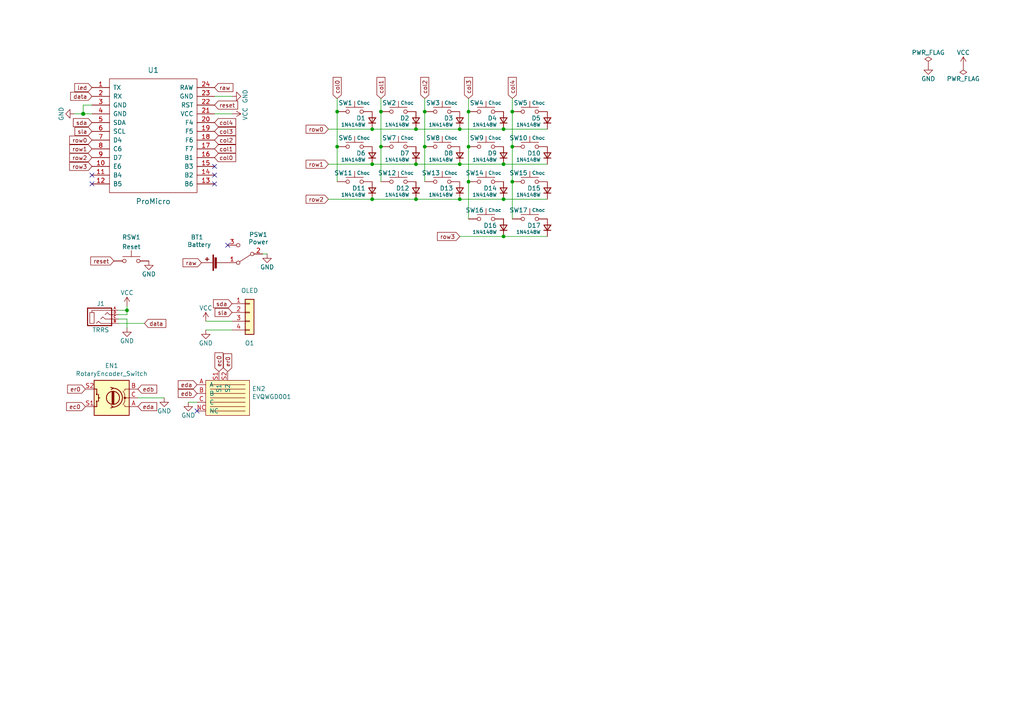
<source format=kicad_sch>
(kicad_sch (version 20230121) (generator eeschema)
  (paper "A4")
  (title_block (title "floppy") (date "2024-10-25") (rev "0.0.1") (company "superfola"))
  (lib_symbols
    (symbol "Connector_Generic:Conn_01x04" (pin_names (offset 1.016) hide)
      (property "Reference" "J" (at 0 5.08 0))
      (property "Value" "Conn_01x04" (at 0 -7.62 0))
      (symbol "Conn_01x04_1_1"
        (rectangle (start -1.27 -4.953) (end 0 -5.207) (stroke (width 0.1524)))
        (rectangle (start -1.27 -2.413) (end 0 -2.667) (stroke (width 0.1524)))
        (rectangle (start -1.27 0.127) (end 0 -0.127) (stroke (width 0.1524)))
        (rectangle (start -1.27 2.667) (end 0 2.413) (stroke (width 0.1524)))
        (rectangle (start -1.27 3.81) (end 1.27 -6.35) (stroke (width 0.254)) (fill (type background)))
        (pin passive line (at -5.08 2.54 0) (length 3.81) (name "Pin_1") (number "1"))
        (pin passive line (at -5.08 0 0) (length 3.81) (name "Pin_2") (number "2"))
        (pin passive line (at -5.08 -2.54 0) (length 3.81) (name "Pin_3") (number "3"))
        (pin passive line (at -5.08 -5.08 0) (length 3.81) (name "Pin_4") (number "4"))
      )
    )
    (symbol "Device:Battery_Cell" (pin_numbers hide) (pin_names (offset 0) hide)
      (property "Reference" "BT" (at 2.54 2.54 0))
      (property "Value" "Battery_Cell" (at 2.54 0 0))
      (symbol "Battery_Cell_0_1"
        (rectangle (start -2.286 1.778) (end 2.286 1.524) (fill (type outline)))
        (rectangle (start -1.5748 1.1938) (end 1.4732 0.6858) (fill (type outline)))
        (polyline (pts (xy 0 0.762) (xy 0 0)))
        (polyline (pts (xy 0 1.778) (xy 0 2.54)))
        (polyline (pts (xy 0.508 3.429) (xy 1.524 3.429)) (stroke (width 0.254)))
        (polyline (pts (xy 1.016 3.937) (xy 1.016 2.921)) (stroke (width 0.254)))
      )
      (symbol "Battery_Cell_1_1"
        (pin passive line (at 0 5.08 270) (length 2.54) (name "+") (number "1"))
        (pin passive line (at 0 -2.54 90) (length 2.54) (name "-") (number "2"))
      )
    )
    (symbol "Device:D_Small" (pin_numbers hide) (pin_names (offset 0.254) hide)
      (property "Reference" "D" (at -1.27 2.032 0))
      (property "Value" "D_Small" (at -3.81 -2.032 0))
      (symbol "D_Small_0_1"
        (polyline (pts (xy -0.762 -1.016) (xy -0.762 1.016)) (stroke (width 0.254)))
        (polyline (pts (xy -0.762 0) (xy 0.762 0)))
        (polyline (pts (xy 0.762 -1.016) (xy -0.762 0) (xy 0.762 1.016) (xy 0.762 -1.016)) (stroke (width 0.254)))
      )
      (symbol "D_Small_1_1"
        (pin passive line (at -2.54 0 0) (length 1.778) (name "K") (number "1"))
        (pin passive line (at 2.54 0 180) (length 1.778) (name "A") (number "2"))
      )
    )
    (symbol "Device:RotaryEncoder_Switch" (pin_names (offset 0.254) hide)
      (property "Reference" "SW" (at 0 6.604 0))
      (property "Value" "Device_RotaryEncoder_Switch" (at 0 -6.604 0))
      (symbol "RotaryEncoder_Switch_0_1"
        (rectangle (start -5.08 5.08) (end 5.08 -5.08) (stroke (width 0.254)) (fill (type background)))
        (circle (center -3.81 0) (radius 0.254) (fill (type outline)))
        (circle (center -0.381 0) (radius 1.905) (stroke (width 0.254)))
        (arc (start -0.381 2.667) (mid -3.0988 -0.0635) (end -0.381 -2.794) (stroke (width 0.254)))
        (polyline (pts (xy -0.635 -1.778) (xy -0.635 1.778)) (stroke (width 0.254)))
        (polyline (pts (xy -0.381 -1.778) (xy -0.381 1.778)) (stroke (width 0.254)))
        (polyline (pts (xy -0.127 1.778) (xy -0.127 -1.778)) (stroke (width 0.254)))
        (polyline (pts (xy 3.81 0) (xy 3.429 0)) (stroke (width 0.254)))
        (polyline (pts (xy 3.81 1.016) (xy 3.81 -1.016)) (stroke (width 0.254)))
        (polyline (pts (xy -5.08 -2.54) (xy -3.81 -2.54) (xy -3.81 -2.032)))
        (polyline (pts (xy -5.08 2.54) (xy -3.81 2.54) (xy -3.81 2.032)))
        (polyline (pts (xy 0.254 -3.048) (xy -0.508 -2.794) (xy 0.127 -2.413)) (stroke (width 0.254)))
        (polyline (pts (xy 0.254 2.921) (xy -0.508 2.667) (xy 0.127 2.286)) (stroke (width 0.254)))
        (polyline (pts (xy 5.08 -2.54) (xy 4.318 -2.54) (xy 4.318 -1.016)) (stroke (width 0.254)))
        (polyline (pts (xy 5.08 2.54) (xy 4.318 2.54) (xy 4.318 1.016)) (stroke (width 0.254)))
        (polyline (pts (xy -5.08 0) (xy -3.81 0) (xy -3.81 -1.016) (xy -3.302 -2.032)))
        (polyline (pts (xy -4.318 0) (xy -3.81 0) (xy -3.81 1.016) (xy -3.302 2.032)))
        (circle (center 4.318 -1.016) (radius 0.127) (stroke (width 0.254)))
        (circle (center 4.318 1.016) (radius 0.127) (stroke (width 0.254)))
      )
      (symbol "RotaryEncoder_Switch_1_1"
        (pin passive line (at -7.62 2.54 0) (length 2.54) (name "A") (number "A"))
        (pin passive line (at -7.62 -2.54 0) (length 2.54) (name "B") (number "B"))
        (pin passive line (at -7.62 0 0) (length 2.54) (name "C") (number "C"))
        (pin passive line (at 7.62 2.54 180) (length 2.54) (name "S1") (number "S1"))
        (pin passive line (at 7.62 -2.54 180) (length 2.54) (name "S2") (number "S2"))
      )
    )
    (symbol "Switch:SW_Push" (pin_numbers hide) (pin_names (offset 1.016) hide)
      (property "Reference" "SW" (at 1.27 2.54 0))
      (property "Value" "SW_Push" (at 0 -1.524 0))
      (symbol "SW_Push_0_1"
        (circle (center -2.032 0) (radius 0.508))
        (polyline (pts (xy 0 1.27) (xy 0 3.048)))
        (polyline (pts (xy 2.54 1.27) (xy -2.54 1.27)))
        (circle (center 2.032 0) (radius 0.508))
        (pin passive line (at -5.08 0 0) (length 2.54) (name "1") (number "1"))
        (pin passive line (at 5.08 0 180) (length 2.54) (name "2") (number "2"))
      )
    )
    (symbol "Switch:SW_SPDT" (pin_names (offset 0) hide)
      (property "Reference" "SW" (at 0 4.318 0))
      (property "Value" "SW_SPDT" (at 0 -5.08 0))
      (symbol "SW_SPDT_0_0"
        (circle (center -2.032 0) (radius 0.508))
        (circle (center 2.032 -2.54) (radius 0.508))
      )
      (symbol "SW_SPDT_0_1"
        (polyline (pts (xy -1.524 0.254) (xy 1.651 2.286)))
        (circle (center 2.032 2.54) (radius 0.508))
      )
      (symbol "SW_SPDT_1_1"
        (pin passive line (at 5.08 2.54 180) (length 2.54) (name "A") (number "1"))
        (pin passive line (at -5.08 0 0) (length 2.54) (name "B") (number "2"))
        (pin passive line (at 5.08 -2.54 180) (length 2.54) (name "C") (number "3"))
      )
    )
    (symbol "power:GND" (power) (pin_names (offset 0))
      (property "Value" "GND" (at 0 -3.81 0))
      (symbol "GND_0_1"
        (polyline (pts (xy 0 0) (xy 0 -1.27) (xy 1.27 -1.27) (xy 0 -2.54) (xy -1.27 -1.27) (xy 0 -1.27)))
      )
      (symbol "GND_1_1"
        (pin power_in line (at 0 0 270) (length 0) hide (name "GND") (number "1"))
      )
    )
    (symbol "power:PWR_FLAG" (power) (pin_numbers hide) (pin_names (offset 0) hide)
      (property "Value" "PWR_FLAG" (at 0 3.81 0))
      (symbol "PWR_FLAG_0_0"
        (pin power_out line (at 0 0 90) (length 0) (name "pwr") (number "1"))
      )
      (symbol "PWR_FLAG_0_1"
        (polyline (pts (xy 0 0) (xy 0 1.27) (xy -1.016 1.905) (xy 0 2.54) (xy 1.016 1.905) (xy 0 1.27)))
      )
    )
    (symbol "power:VCC" (power) (pin_names (offset 0))
      (property "Value" "VCC" (at 0 3.81 0))
      (symbol "VCC_0_1"
        (polyline (pts (xy -0.762 1.27) (xy 0 2.54)))
        (polyline (pts (xy 0 0) (xy 0 2.54)))
        (polyline (pts (xy 0 2.54) (xy 0.762 1.27)))
      )
      (symbol "VCC_1_1"
        (pin power_in line (at 0 0 90) (length 0) hide (name "VCC") (number "1"))
      )
    )
    (symbol "swoop:EVQWGD001" (pin_names (offset 1.016))
      (property "Reference" "EN2" (at 7.0612 1.3716 0))
      (property "Value" "EVQWGD001" (at 7.0612 -0.9398 0))
      (symbol "EVQWGD001_0_1"
        (rectangle (start -6.35 3.81) (end 6.35 -6.35) (fill (type background)))
        (polyline (pts (xy -5.08 -5.08) (xy 5.08 -5.08)))
        (polyline (pts (xy -5.08 -3.81) (xy 5.08 -3.81)))
        (polyline (pts (xy -5.08 -2.54) (xy 5.08 -2.54)))
        (polyline (pts (xy -5.08 -1.27) (xy 5.08 -1.27)))
        (polyline (pts (xy -5.08 0) (xy 5.08 0)))
        (polyline (pts (xy -5.08 1.27) (xy 5.08 1.27)))
        (polyline (pts (xy -5.08 2.54) (xy 5.08 2.54)))
      )
      (symbol "EVQWGD001_1_1"
        (pin output line (at -8.89 2.54 0) (length 2.54) (name "A") (number "A"))
        (pin output line (at -8.89 0 0) (length 2.54) (name "B") (number "B"))
        (pin passive line (at -8.89 -2.54 0) (length 2.54) (name "C") (number "C"))
        (pin unspecified line (at -8.89 -5.08 0) (length 2.54) (name "NC") (number "NC"))
        (pin output line (at -2.54 6.35 270) (length 2.54) (name "S1") (number "S1"))
        (pin output line (at 0 6.35 270) (length 2.54) (name "S2") (number "S2"))
      )
    )
    (symbol "swoop:MJ-4PP-9-kbd-corne-light-rescue" (pin_names (offset 1.016))
      (property "Reference" "J" (at 0 3.81 0))
      (property "Value" "MJ-4PP-9-kbd-corne-light-rescue" (at 0 -3.81 0))
      (symbol "MJ-4PP-9-kbd-corne-light-rescue_0_1"
        (rectangle (start -1.905 -1.905) (end -3.175 1.27))
        (polyline (pts (xy -2.54 1.27) (xy -2.54 1.905) (xy 3.175 1.905)))
        (polyline (pts (xy -1.27 -1.905) (xy -0.635 -1.27) (xy 0 -1.905) (xy 3.175 -1.905)))
        (polyline (pts (xy 0 -0.635) (xy 0.635 0) (xy 1.27 -0.635) (xy 3.175 -0.635)))
        (polyline (pts (xy 1.27 0.635) (xy 1.905 1.27) (xy 2.54 0.635) (xy 3.175 0.635)))
        (rectangle (start 3.175 2.54) (end -3.81 -2.54) (stroke (width 0.3048)))
      )
      (symbol "MJ-4PP-9-kbd-corne-light-rescue_1_1"
        (pin input line (at 5.08 1.905 180) (length 2.0066) (name "~") (number "A"))
        (pin input line (at 5.08 -1.905 180) (length 2.0066) (name "~") (number "B"))
        (pin input line (at 5.08 -0.635 180) (length 2.0066) (name "~") (number "C"))
        (pin input line (at 5.08 0.635 180) (length 2.0066) (name "~") (number "D"))
      )
    )
    (symbol "swoop:ProMicro-kbd-corne-light-rescue" (pin_names (offset 1.016))
      (property "Reference" "U" (at 0 24.13 0))
      (property "Value" "ProMicro-kbd-corne-light-rescue" (at 0 -13.97 0))
      (symbol "ProMicro-kbd-corne-light-rescue_0_1"
        (rectangle (start -12.7 21.59) (end 12.7 -11.43))
      )
      (symbol "ProMicro-kbd-corne-light-rescue_1_1"
        (pin bidirectional line (at -17.78 19.05 0) (length 5.08) (name "TX") (number "1"))
        (pin bidirectional line (at -17.78 -3.81 0) (length 5.08) (name "E6") (number "10"))
        (pin bidirectional line (at -17.78 -6.35 0) (length 5.08) (name "B4") (number "11"))
        (pin bidirectional line (at -17.78 -8.89 0) (length 5.08) (name "B5") (number "12"))
        (pin bidirectional line (at 17.78 -8.89 180) (length 5.08) (name "B6") (number "13"))
        (pin bidirectional line (at 17.78 -6.35 180) (length 5.08) (name "B2") (number "14"))
        (pin bidirectional line (at 17.78 -3.81 180) (length 5.08) (name "B3") (number "15"))
        (pin bidirectional line (at 17.78 -1.27 180) (length 5.08) (name "B1") (number "16"))
        (pin bidirectional line (at 17.78 1.27 180) (length 5.08) (name "F7") (number "17"))
        (pin bidirectional line (at 17.78 3.81 180) (length 5.08) (name "F6") (number "18"))
        (pin bidirectional line (at 17.78 6.35 180) (length 5.08) (name "F5") (number "19"))
        (pin bidirectional line (at -17.78 16.51 0) (length 5.08) (name "RX") (number "2"))
        (pin bidirectional line (at 17.78 8.89 180) (length 5.08) (name "F4") (number "20"))
        (pin power_in line (at 17.78 11.43 180) (length 5.08) (name "VCC") (number "21"))
        (pin input line (at 17.78 13.97 180) (length 5.08) (name "RST") (number "22"))
        (pin power_in line (at 17.78 16.51 180) (length 5.08) (name "GND") (number "23"))
        (pin power_out line (at 17.78 19.05 180) (length 5.08) (name "RAW") (number "24"))
        (pin power_in line (at -17.78 13.97 0) (length 5.08) (name "GND") (number "3"))
        (pin power_in line (at -17.78 11.43 0) (length 5.08) (name "GND") (number "4"))
        (pin bidirectional line (at -17.78 8.89 0) (length 5.08) (name "SDA") (number "5"))
        (pin bidirectional line (at -17.78 6.35 0) (length 5.08) (name "SCL") (number "6"))
        (pin bidirectional line (at -17.78 3.81 0) (length 5.08) (name "D4") (number "7"))
        (pin bidirectional line (at -17.78 1.27 0) (length 5.08) (name "C6") (number "8"))
        (pin bidirectional line (at -17.78 -1.27 0) (length 5.08) (name "D7") (number "9"))
      )
    )
  )
  (junction (at 135.89 32.385))
  (junction (at 148.59 32.385))
  (junction (at 133.35 47.625))
  (junction (at 123.19 42.545))
  (junction (at 135.89 52.705))
  (junction (at 120.65 57.785))
  (junction (at 107.95 47.625))
  (junction (at 110.49 32.385))
  (junction (at 24.13 33.02) (diameter 1.016))
  (junction (at 148.59 42.545))
  (junction (at 36.83 89.9945))
  (junction (at 135.89 42.545))
  (junction (at 110.49 42.545))
  (junction (at 148.59 52.705))
  (junction (at 146.05 57.785))
  (junction (at 107.95 37.465))
  (junction (at 97.79 32.385))
  (junction (at 146.05 47.625))
  (junction (at 146.05 37.465))
  (junction (at 107.95 57.785))
  (junction (at 123.19 32.385))
  (junction (at 120.65 37.465))
  (junction (at 146.05 68.58))
  (junction (at 97.79 42.545))
  (junction (at 120.65 47.625))
  (junction (at 133.35 57.785))
  (junction (at 133.35 37.465))
  (no_connect (at 66.04 71.12))
  (no_connect (at 26.67 50.8))
  (no_connect (at 26.67 53.34))
  (no_connect (at 62.23 53.34))
  (no_connect (at 57.15 119.2045))
  (no_connect (at 62.23 48.26))
  (no_connect (at 62.23 50.8))
  (wire (pts (xy 34.29 91.2645) (xy 36.83 91.2645)))
  (wire (pts (xy 123.19 32.385) (xy 123.19 42.545)))
  (wire (pts (xy 123.19 28.575) (xy 123.19 32.385)))
  (wire (pts (xy 110.49 32.385) (xy 110.49 42.545)))
  (wire (pts (xy 110.49 28.575) (xy 110.49 32.385)))
  (wire (pts (xy 110.49 42.545) (xy 110.49 52.705)))
  (wire (pts (xy 62.23 27.94) (xy 67.31 27.94)))
  (wire (pts (xy 133.35 68.58) (xy 146.05 68.58)))
  (wire (pts (xy 36.83 92.5345) (xy 36.83 95.0745)))
  (wire (pts (xy 123.19 42.545) (xy 123.19 52.705)))
  (wire (pts (xy 148.59 52.705) (xy 148.59 63.5)))
  (wire (pts (xy 62.23 33.02) (xy 67.31 33.02)))
  (wire (pts (xy 24.13 33.02) (xy 26.67 33.02)))
  (wire (pts (xy 135.89 32.385) (xy 135.89 42.545)))
  (wire (pts (xy 135.89 28.575) (xy 135.89 32.385)))
  (wire (pts (xy 135.89 42.545) (xy 135.89 52.705)))
  (wire (pts (xy 95.25 57.785) (xy 107.95 57.785)))
  (wire (pts (xy 133.35 57.785) (xy 146.05 57.785)))
  (wire (pts (xy 120.65 57.785) (xy 133.35 57.785)))
  (wire (pts (xy 107.95 57.785) (xy 120.65 57.785)))
  (wire (pts (xy 146.05 57.785) (xy 158.75 57.785)))
  (wire (pts (xy 95.25 47.625) (xy 107.95 47.625)))
  (wire (pts (xy 120.65 47.625) (xy 133.35 47.625)))
  (wire (pts (xy 133.35 47.625) (xy 146.05 47.625)))
  (wire (pts (xy 107.95 47.625) (xy 120.65 47.625)))
  (wire (pts (xy 146.05 47.625) (xy 158.75 47.625)))
  (wire (pts (xy 26.67 30.48) (xy 24.13 30.48)))
  (wire (pts (xy 146.05 68.58) (xy 158.75 68.58)))
  (wire (pts (xy 95.25 37.465) (xy 107.95 37.465)))
  (wire (pts (xy 120.65 37.465) (xy 133.35 37.465)))
  (wire (pts (xy 133.35 37.465) (xy 146.05 37.465)))
  (wire (pts (xy 107.95 37.465) (xy 120.65 37.465)))
  (wire (pts (xy 146.05 37.465) (xy 158.75 37.465)))
  (wire (pts (xy 135.89 52.705) (xy 135.89 63.5)))
  (wire (pts (xy 59.69 93.1695) (xy 67.31 93.1695)))
  (wire (pts (xy 24.13 30.48) (xy 24.13 33.02)))
  (wire (pts (xy 34.29 89.9945) (xy 36.83 89.9945)))
  (wire (pts (xy 34.29 93.8045) (xy 41.91 93.8045)))
  (wire (pts (xy 54.61 116.6645) (xy 57.15 116.6645)))
  (wire (pts (xy 40.005 115.3945) (xy 47.625 115.3945)))
  (wire (pts (xy 21.59 33.02) (xy 24.13 33.02)))
  (wire (pts (xy 97.79 32.385) (xy 97.79 42.545)))
  (wire (pts (xy 97.79 28.575) (xy 97.79 32.385)))
  (wire (pts (xy 97.79 42.545) (xy 97.79 52.705)))
  (wire (pts (xy 59.69 95.7095) (xy 67.31 95.7095)))
  (wire (pts (xy 34.29 92.5345) (xy 36.83 92.5345)))
  (wire (pts (xy 36.83 89.9945) (xy 36.83 88.7245)))
  (wire (pts (xy 36.83 91.2645) (xy 36.83 89.9945)))
  (wire (pts (xy 76.2 73.66) (xy 77.47 73.66)))
  (wire (pts (xy 148.59 28.575) (xy 148.59 32.385)))
  (wire (pts (xy 148.59 42.545) (xy 148.59 52.705)))
  (wire (pts (xy 148.59 32.385) (xy 148.59 42.545)))
  (global_label "row2" (shape input) (at 26.67 45.72 180) (effects (font (size 1.1938 1.1938))) (property "Intersheetrefs" "${INTERSHEET_REFS}" (effects hide)))
  (global_label "raw" (shape input) (at 62.23 25.4 0) (effects (font (size 1.1938 1.1938))) (property "Intersheetrefs" "${INTERSHEET_REFS}" (effects hide)))
  (global_label "er0" (shape input) (at 24.765 112.8545 180) (effects (font (size 1.1938 1.1938))) (property "Intersheetrefs" "${INTERSHEET_REFS}" (effects hide)))
  (global_label "row3" (shape input) (at 26.67 48.26 180) (effects (font (size 1.1938 1.1938))) (property "Intersheetrefs" "${INTERSHEET_REFS}" (effects hide)))
  (global_label "reset" (shape input) (at 62.23 30.48 0) (effects (font (size 1.1938 1.1938))) (property "Intersheetrefs" "${INTERSHEET_REFS}" (effects hide)))
  (global_label "ec0" (shape input) (at 24.765 117.9345 180) (effects (font (size 1.1938 1.1938))) (property "Intersheetrefs" "${INTERSHEET_REFS}" (effects hide)))
  (global_label "ec0" (shape input) (at 63.5 107.7745 90) (effects (font (size 1.1938 1.1938))) (property "Intersheetrefs" "${INTERSHEET_REFS}" (effects hide)))
  (global_label "sla" (shape input) (at 67.31 90.6295 180) (effects (font (size 1.1938 1.1938))) (property "Intersheetrefs" "${INTERSHEET_REFS}" (effects hide)))
  (global_label "row2" (shape input) (at 95.25 57.785 180) (effects (font (size 1.1938 1.1938))) (property "Intersheetrefs" "${INTERSHEET_REFS}" (effects hide)))
  (global_label "sla" (shape input) (at 26.67 38.1 180) (effects (font (size 1.1938 1.1938))) (property "Intersheetrefs" "${INTERSHEET_REFS}" (effects hide)))
  (global_label "sda" (shape input) (at 67.31 88.0895 180) (effects (font (size 1.1938 1.1938))) (property "Intersheetrefs" "${INTERSHEET_REFS}" (effects hide)))
  (global_label "col1" (shape input) (at 62.23 43.18 0) (effects (font (size 1.1938 1.1938))) (property "Intersheetrefs" "${INTERSHEET_REFS}" (effects hide)))
  (global_label "col1" (shape input) (at 110.49 28.575 90) (effects (font (size 1.1938 1.1938))) (property "Intersheetrefs" "${INTERSHEET_REFS}" (effects hide)))
  (global_label "raw" (shape input) (at 58.42 76.2 180) (effects (font (size 1.1938 1.1938))) (property "Intersheetrefs" "${INTERSHEET_REFS}" (effects hide)))
  (global_label "col3" (shape input) (at 62.23 38.1 0) (effects (font (size 1.1938 1.1938))) (property "Intersheetrefs" "${INTERSHEET_REFS}" (effects hide)))
  (global_label "col2" (shape input) (at 62.23 40.64 0) (effects (font (size 1.1938 1.1938))) (property "Intersheetrefs" "${INTERSHEET_REFS}" (effects hide)))
  (global_label "led" (shape input) (at 26.67 25.4 180) (effects (font (size 1.1938 1.1938))) (property "Intersheetrefs" "${INTERSHEET_REFS}" (effects hide)))
  (global_label "col2" (shape input) (at 123.19 28.575 90) (effects (font (size 1.1938 1.1938))) (property "Intersheetrefs" "${INTERSHEET_REFS}" (effects hide)))
  (global_label "row3" (shape input) (at 133.35 68.58 180) (effects (font (size 1.1938 1.1938))) (property "Intersheetrefs" "${INTERSHEET_REFS}" (effects hide)))
  (global_label "data" (shape input) (at 26.67 27.94 180) (effects (font (size 1.1938 1.1938))) (property "Intersheetrefs" "${INTERSHEET_REFS}" (effects hide)))
  (global_label "edb" (shape input) (at 40.005 112.8545 0) (effects (font (size 1.1938 1.1938))) (property "Intersheetrefs" "${INTERSHEET_REFS}" (effects hide)))
  (global_label "col3" (shape input) (at 135.89 28.575 90) (effects (font (size 1.1938 1.1938))) (property "Intersheetrefs" "${INTERSHEET_REFS}" (effects hide)))
  (global_label "row1" (shape input) (at 26.67 43.18 180) (effects (font (size 1.1938 1.1938))) (property "Intersheetrefs" "${INTERSHEET_REFS}" (effects hide)))
  (global_label "edb" (shape input) (at 57.15 114.1245 180) (effects (font (size 1.1938 1.1938))) (property "Intersheetrefs" "${INTERSHEET_REFS}" (effects hide)))
  (global_label "sda" (shape input) (at 26.67 35.56 180) (effects (font (size 1.1938 1.1938))) (property "Intersheetrefs" "${INTERSHEET_REFS}" (effects hide)))
  (global_label "col4" (shape input) (at 148.59 28.575 90) (effects (font (size 1.1938 1.1938))) (property "Intersheetrefs" "${INTERSHEET_REFS}" (effects hide)))
  (global_label "col0" (shape input) (at 97.79 28.575 90) (effects (font (size 1.1938 1.1938))) (property "Intersheetrefs" "${INTERSHEET_REFS}" (effects hide)))
  (global_label "reset" (shape input) (at 33.02 75.6919 180) (effects (font (size 1.1938 1.1938))) (property "Intersheetrefs" "${INTERSHEET_REFS}" (effects hide)))
  (global_label "row0" (shape input) (at 95.25 37.465 180) (effects (font (size 1.1938 1.1938))) (property "Intersheetrefs" "${INTERSHEET_REFS}" (effects hide)))
  (global_label "data" (shape input) (at 41.91 93.8045 0) (effects (font (size 1.1938 1.1938))) (property "Intersheetrefs" "${INTERSHEET_REFS}" (effects hide)))
  (global_label "col0" (shape input) (at 62.23 45.72 0) (effects (font (size 1.1938 1.1938))) (property "Intersheetrefs" "${INTERSHEET_REFS}" (effects hide)))
  (global_label "col4" (shape input) (at 62.23 35.56 0) (effects (font (size 1.1938 1.1938))) (property "Intersheetrefs" "${INTERSHEET_REFS}" (effects hide)))
  (global_label "row0" (shape input) (at 26.67 40.64 180) (effects (font (size 1.1938 1.1938))) (property "Intersheetrefs" "${INTERSHEET_REFS}" (effects hide)))
  (global_label "eda" (shape input) (at 57.15 111.5845 180) (effects (font (size 1.1938 1.1938))) (property "Intersheetrefs" "${INTERSHEET_REFS}" (effects hide)))
  (global_label "row1" (shape input) (at 95.25 47.625 180) (effects (font (size 1.1938 1.1938))) (property "Intersheetrefs" "${INTERSHEET_REFS}" (effects hide)))
  (global_label "er0" (shape input) (at 66.04 107.7745 90) (effects (font (size 1.1938 1.1938))) (property "Intersheetrefs" "${INTERSHEET_REFS}" (effects hide)))
  (global_label "eda" (shape input) (at 40.005 117.9345 0) (effects (font (size 1.1938 1.1938))) (property "Intersheetrefs" "${INTERSHEET_REFS}" (effects hide)))
  (symbol (lib_id "swoop:ProMicro-kbd-corne-light-rescue") (at 44.45 44.45 0) (unit 1)
    (property "Reference" "U1" (at 44.45 20.32 0) (effects (font (size 1.524 1.524))))
    (property "Value" "ProMicro" (at 44.45 58.42 0) (effects (font (size 1.524 1.524))))
    (property "Footprint" "swoop:ProMicro_jumpers" (effects hide))
  )
  (symbol (lib_id "power:GND") (at 67.31 27.94 90) (unit 1)
    (property "Reference" "#PWR03" (effects hide))
    (property "Value" "GND" (at 71.12 27.94 0))
  )
  (symbol (lib_id "power:VCC") (at 67.31 33.02 270) (unit 1)
    (property "Reference" "#PWR05" (effects hide))
    (property "Value" "VCC" (at 71.12 33.02 0))
  )
  (symbol (lib_id "power:GND") (at 21.59 33.02 270) (unit 1)
    (property "Reference" "#PWR04" (effects hide))
    (property "Value" "GND" (at 17.78 33.02 0))
  )
  (symbol (lib_id "power:GND") (at 269.24 19.05 0) (unit 1)
    (property "Reference" "#PWR01" (effects hide))
    (property "Value" "GND" (at 269.24 22.86 0))
  )
  (symbol (lib_id "power:VCC") (at 279.4 19.05 0) (unit 1)
    (property "Reference" "#PWR02" (effects hide))
    (property "Value" "VCC" (at 279.4 15.24 0))
  )
  (symbol (lib_id "power:PWR_FLAG") (at 279.4 19.05 180) (unit 1)
    (property "Reference" "#FLG02" (effects hide))
    (property "Value" "PWR_FLAG" (at 279.4 22.86 0))
  )
  (symbol (lib_id "power:PWR_FLAG") (at 269.24 19.05 0) (unit 1)
    (property "Reference" "#FLG01" (effects hide))
    (property "Value" "PWR_FLAG" (at 269.24 15.24 0))
  )
  (symbol (lib_id "power:VCC") (at 36.83 88.7245 0) (unit 1)
    (property "Reference" "#PWR06" (effects hide))
    (property "Value" "VCC" (at 36.83 84.9145 0))
  )
  (symbol (lib_id "power:GND") (at 36.83 95.0745 0) (unit 1)
    (property "Reference" "#PWR08" (effects hide))
    (property "Value" "GND" (at 36.83 98.8845 0))
  )
  (symbol (lib_id "swoop:MJ-4PP-9-kbd-corne-light-rescue") (at 29.21 91.8995 0) (unit 1)
    (property "Reference" "J1" (at 29.21 88.0895 0))
    (property "Value" "TRRS" (at 29.21 95.7095 0))
    (property "Footprint" "swoop:TRRS-3pin" (effects hide))
  )
  (symbol (lib_id "Device:D_Small") (at 146.05 34.925 90) (unit 1)
    (property "Reference" "D4" (at 144.145 34.29 90) (effects (justify left)))
    (property "Value" " 1N4148W" (at 144.145 36.195 90) (effects (font (size 1 1)) (justify left)))
    (property "Footprint" "swoop:D3_SMD" (effects hide))
  )
  (symbol (lib_id "Device:D_Small") (at 107.95 55.245 90) (unit 1)
    (property "Reference" "D11" (at 106.045 54.61 90) (effects (justify left)))
    (property "Value" " 1N4148W" (at 106.045 56.515 90) (effects (font (size 1 1)) (justify left)))
    (property "Footprint" "swoop:D3_SMD" (effects hide))
  )
  (symbol (lib_id "Device:D_Small") (at 120.65 34.925 90) (unit 1)
    (property "Reference" "D2" (at 118.745 34.29 90) (effects (justify left)))
    (property "Value" " 1N4148W" (at 118.745 36.195 90) (effects (font (size 1 1)) (justify left)))
    (property "Footprint" "swoop:D3_SMD" (effects hide))
  )
  (symbol (lib_id "Switch:SW_Push") (at 128.27 32.385 0) (unit 1)
    (property "Reference" "SW3" (at 127.635 29.845 0) (effects (justify right)))
    (property "Value" "Choc" (at 128.905 29.845 0) (effects (font (size 1 1)) (justify left)))
    (property "Footprint" "swoop:Choc" (effects hide))
  )
  (symbol (lib_id "Switch:SW_Push") (at 38.1 75.6919 0) (unit 1)
    (property "Reference" "RSW1" (at 38.1 68.8044 0))
    (property "Value" "Reset" (at 38.1 71.5795 0))
    (property "Footprint" "swoop:Reset" (effects hide))
  )
  (symbol (lib_id "Device:D_Small") (at 107.95 45.085 90) (unit 1)
    (property "Reference" "D6" (at 106.045 44.45 90) (effects (justify left)))
    (property "Value" " 1N4148W" (at 106.045 46.355 90) (effects (font (size 1 1)) (justify left)))
    (property "Footprint" "swoop:D3_SMD" (effects hide))
  )
  (symbol (lib_id "Device:D_Small") (at 158.75 45.085 90) (unit 1)
    (property "Reference" "D10" (at 156.845 44.45 90) (effects (justify left)))
    (property "Value" " 1N4148W" (at 156.845 46.355 90) (effects (font (size 1 1)) (justify left)))
    (property "Footprint" "swoop:D3_SMD" (effects hide))
  )
  (symbol (lib_id "Switch:SW_Push") (at 153.67 63.5 0) (unit 1)
    (property "Reference" "SW17" (at 153.035 60.96 0) (effects (justify right)))
    (property "Value" "Choc" (at 154.305 60.96 0) (effects (font (size 1 1)) (justify left)))
    (property "Footprint" "swoop:Choc" (effects hide))
  )
  (symbol (lib_id "Device:D_Small") (at 133.35 45.085 90) (unit 1)
    (property "Reference" "D8" (at 131.445 44.45 90) (effects (justify left)))
    (property "Value" " 1N4148W" (at 131.445 46.355 90) (effects (font (size 1 1)) (justify left)))
    (property "Footprint" "swoop:D3_SMD" (effects hide))
  )
  (symbol (lib_id "power:GND") (at 77.47 73.66 0) (unit 1)
    (property "Reference" "#PWR0101" (effects hide))
    (property "Value" "GND" (at 77.47 77.47 0))
  )
  (symbol (lib_id "Switch:SW_Push") (at 115.57 32.385 0) (unit 1)
    (property "Reference" "SW2" (at 114.935 29.845 0) (effects (justify right)))
    (property "Value" "Choc" (at 116.205 29.845 0) (effects (font (size 1 1)) (justify left)))
    (property "Footprint" "swoop:Choc" (effects hide))
  )
  (symbol (lib_id "Device:D_Small") (at 146.05 45.085 90) (unit 1)
    (property "Reference" "D9" (at 144.145 44.45 90) (effects (justify left)))
    (property "Value" " 1N4148W" (at 144.145 46.355 90) (effects (font (size 1 1)) (justify left)))
    (property "Footprint" "swoop:D3_SMD" (effects hide))
  )
  (symbol (lib_id "Switch:SW_Push") (at 153.67 42.545 0) (unit 1)
    (property "Reference" "SW10" (at 153.035 40.005 0) (effects (justify right)))
    (property "Value" "Choc" (at 154.305 40.005 0) (effects (font (size 1 1)) (justify left)))
    (property "Footprint" "swoop:Choc" (effects hide))
  )
  (symbol (lib_id "Switch:SW_Push") (at 102.87 32.385 0) (unit 1)
    (property "Reference" "SW1" (at 102.235 29.845 0) (effects (justify right)))
    (property "Value" "Choc" (at 103.505 29.845 0) (effects (font (size 1 1)) (justify left)))
    (property "Footprint" "swoop:Choc" (effects hide))
  )
  (symbol (lib_id "Switch:SW_Push") (at 140.97 63.5 0) (unit 1)
    (property "Reference" "SW16" (at 140.335 60.96 0) (effects (justify right)))
    (property "Value" "Choc" (at 141.605 60.96 0) (effects (font (size 1 1)) (justify left)))
    (property "Footprint" "swoop:Choc" (effects hide))
  )
  (symbol (lib_id "power:GND") (at 54.61 116.6645 0) (unit 1)
    (property "Reference" "#PWR0103" (effects hide))
    (property "Value" "GND" (at 54.61 120.4745 0))
  )
  (symbol (lib_id "Device:Battery_Cell") (at 63.5 76.2 90) (unit 1)
    (property "Reference" "BT1" (at 57.15 68.8044 90))
    (property "Value" "Battery" (at 57.785 70.9445 90))
    (property "Footprint" "swoop:Battery_pads" (effects hide))
  )
  (symbol (lib_id "Device:D_Small") (at 133.35 55.245 90) (unit 1)
    (property "Reference" "D13" (at 131.445 54.61 90) (effects (justify left)))
    (property "Value" " 1N4148W" (at 131.445 56.515 90) (effects (font (size 1 1)) (justify left)))
    (property "Footprint" "swoop:D3_SMD" (effects hide))
  )
  (symbol (lib_id "Switch:SW_Push") (at 140.97 32.385 0) (unit 1)
    (property "Reference" "SW4" (at 140.335 29.845 0) (effects (justify right)))
    (property "Value" "Choc" (at 141.605 29.845 0) (effects (font (size 1 1)) (justify left)))
    (property "Footprint" "swoop:Choc" (effects hide))
  )
  (symbol (lib_id "swoop:EVQWGD001") (at 66.04 114.1245 0) (unit 1)
    (property "Reference" "EN2" (at 73.1012 112.7529 0) (effects (justify left)))
    (property "Value" "EVQWGD001" (at 73.1012 115.0643 0) (effects (justify left)))
    (property "Footprint" "swoop:RollerEncoder" (effects hide))
  )
  (symbol (lib_id "power:GND") (at 59.69 95.7095 0) (unit 1)
    (property "Reference" "#PWR0104" (effects hide))
    (property "Value" "GND" (at 59.69 99.5195 0))
  )
  (symbol (lib_id "power:GND") (at 47.625 115.3945 0) (unit 1)
    (property "Reference" "#PWR0106" (effects hide))
    (property "Value" "GND" (at 47.625 119.2045 0))
  )
  (symbol (lib_id "Device:D_Small") (at 158.75 34.925 90) (unit 1)
    (property "Reference" "D5" (at 156.845 34.29 90) (effects (justify left)))
    (property "Value" " 1N4148W" (at 156.845 36.195 90) (effects (font (size 1 1)) (justify left)))
    (property "Footprint" "swoop:D3_SMD" (effects hide))
  )
  (symbol (lib_id "Switch:SW_Push") (at 102.87 52.705 0) (unit 1)
    (property "Reference" "SW11" (at 102.235 50.165 0) (effects (justify right)))
    (property "Value" "Choc" (at 103.505 50.165 0) (effects (font (size 1 1)) (justify left)))
    (property "Footprint" "swoop:Choc" (effects hide))
  )
  (symbol (lib_id "Switch:SW_Push") (at 128.27 42.545 0) (unit 1)
    (property "Reference" "SW8" (at 127.635 40.005 0) (effects (justify right)))
    (property "Value" "Choc" (at 128.905 40.005 0) (effects (font (size 1 1)) (justify left)))
    (property "Footprint" "swoop:Choc" (effects hide))
  )
  (symbol (lib_id "Device:D_Small") (at 158.75 66.04 90) (unit 1)
    (property "Reference" "D17" (at 156.845 65.405 90) (effects (justify left)))
    (property "Value" " 1N4148W" (at 156.845 67.31 90) (effects (font (size 1 1)) (justify left)))
    (property "Footprint" "swoop:D3_SMD" (effects hide))
  )
  (symbol (lib_id "Switch:SW_Push") (at 115.57 52.705 0) (unit 1)
    (property "Reference" "SW12" (at 114.935 50.165 0) (effects (justify right)))
    (property "Value" "Choc" (at 116.205 50.165 0) (effects (font (size 1 1)) (justify left)))
    (property "Footprint" "swoop:Choc" (effects hide))
  )
  (symbol (lib_id "Switch:SW_Push") (at 153.67 32.385 0) (unit 1)
    (property "Reference" "SW5" (at 153.035 29.845 0) (effects (justify right)))
    (property "Value" "Choc" (at 154.305 29.845 0) (effects (font (size 1 1)) (justify left)))
    (property "Footprint" "swoop:Choc" (effects hide))
  )
  (symbol (lib_id "Device:RotaryEncoder_Switch") (at 32.385 115.3945 180) (unit 1)
    (property "Reference" "EN1" (at 32.385 106.0727 0))
    (property "Value" "RotaryEncoder_Switch" (at 32.385 108.3841 0))
    (property "Footprint" "swoop:RotaryEncoder" (effects hide))
  )
  (symbol (lib_id "Device:D_Small") (at 107.95 34.925 90) (unit 1)
    (property "Reference" "D1" (at 106.045 34.29 90) (effects (justify left)))
    (property "Value" " 1N4148W" (at 106.045 36.195 90) (effects (font (size 1 1)) (justify left)))
    (property "Footprint" "swoop:D3_SMD" (effects hide))
  )
  (symbol (lib_id "Device:D_Small") (at 120.65 45.085 90) (unit 1)
    (property "Reference" "D7" (at 118.745 44.45 90) (effects (justify left)))
    (property "Value" " 1N4148W" (at 118.745 46.355 90) (effects (font (size 1 1)) (justify left)))
    (property "Footprint" "swoop:D3_SMD" (effects hide))
  )
  (symbol (lib_id "Connector_Generic:Conn_01x04") (at 72.39 90.6295 0) (unit 1)
    (property "Reference" "O1" (at 72.39 99.5195 0))
    (property "Value" "OLED" (at 72.39 84.2795 0))
    (property "Footprint" "swoop:OLED_jumpers" (effects hide))
  )
  (symbol (lib_id "Switch:SW_Push") (at 102.87 42.545 0) (unit 1)
    (property "Reference" "SW6" (at 102.235 40.005 0) (effects (justify right)))
    (property "Value" "Choc" (at 103.505 40.005 0) (effects (font (size 1 1)) (justify left)))
    (property "Footprint" "swoop:Choc" (effects hide))
  )
  (symbol (lib_id "power:GND") (at 43.18 75.6919 0) (unit 1)
    (property "Reference" "#PWR0102" (effects hide))
    (property "Value" "GND" (at 43.18 79.5019 0))
  )
  (symbol (lib_id "Device:D_Small") (at 158.75 55.245 90) (unit 1)
    (property "Reference" "D15" (at 156.845 54.61 90) (effects (justify left)))
    (property "Value" " 1N4148W" (at 156.845 56.515 90) (effects (font (size 1 1)) (justify left)))
    (property "Footprint" "swoop:D3_SMD" (effects hide))
  )
  (symbol (lib_id "Device:D_Small") (at 120.65 55.245 90) (unit 1)
    (property "Reference" "D12" (at 118.745 54.61 90) (effects (justify left)))
    (property "Value" " 1N4148W" (at 118.745 56.515 90) (effects (font (size 1 1)) (justify left)))
    (property "Footprint" "swoop:D3_SMD" (effects hide))
  )
  (symbol (lib_id "Switch:SW_Push") (at 140.97 52.705 0) (unit 1)
    (property "Reference" "SW14" (at 140.335 50.165 0) (effects (justify right)))
    (property "Value" "Choc" (at 141.605 50.165 0) (effects (font (size 1 1)) (justify left)))
    (property "Footprint" "swoop:Choc" (effects hide))
  )
  (symbol (lib_id "Switch:SW_Push") (at 153.67 52.705 0) (unit 1)
    (property "Reference" "SW15" (at 153.035 50.165 0) (effects (justify right)))
    (property "Value" "Choc" (at 154.305 50.165 0) (effects (font (size 1 1)) (justify left)))
    (property "Footprint" "swoop:Choc" (effects hide))
  )
  (symbol (lib_id "Switch:SW_Push") (at 140.97 42.545 0) (unit 1)
    (property "Reference" "SW9" (at 140.335 40.005 0) (effects (justify right)))
    (property "Value" "Choc" (at 141.605 40.005 0) (effects (font (size 1 1)) (justify left)))
    (property "Footprint" "swoop:Choc" (effects hide))
  )
  (symbol (lib_id "Switch:SW_Push") (at 115.57 42.545 0) (unit 1)
    (property "Reference" "SW7" (at 114.935 40.005 0) (effects (justify right)))
    (property "Value" "Choc" (at 116.205 40.005 0) (effects (font (size 1 1)) (justify left)))
    (property "Footprint" "swoop:Choc" (effects hide))
  )
  (symbol (lib_id "Device:D_Small") (at 146.05 55.245 90) (unit 1)
    (property "Reference" "D14" (at 144.145 54.61 90) (effects (justify left)))
    (property "Value" " 1N4148W" (at 144.145 56.515 90) (effects (font (size 1 1)) (justify left)))
    (property "Footprint" "swoop:D3_SMD" (effects hide))
  )
  (symbol (lib_id "Switch:SW_Push") (at 128.27 52.705 0) (unit 1)
    (property "Reference" "SW13" (at 127.635 50.165 0) (effects (justify right)))
    (property "Value" "Choc" (at 128.905 50.165 0) (effects (font (size 1 1)) (justify left)))
    (property "Footprint" "swoop:Choc" (effects hide))
  )
  (symbol (lib_id "Switch:SW_SPDT") (at 71.12 73.66 180) (unit 1)
    (property "Reference" "PSW1" (at 74.93 68.0424 0))
    (property "Value" "Power" (at 74.93 70.1825 0))
    (property "Footprint" "swoop:Power" (effects hide))
  )
  (symbol (lib_id "power:VCC") (at 59.69 93.1695 0) (unit 1)
    (property "Reference" "#PWR0105" (effects hide))
    (property "Value" "VCC" (at 59.69 89.3595 0))
  )
  (symbol (lib_id "Device:D_Small") (at 146.05 66.04 90) (unit 1)
    (property "Reference" "D16" (at 144.145 65.405 90) (effects (justify left)))
    (property "Value" " 1N4148W" (at 144.145 67.31 90) (effects (font (size 1 1)) (justify left)))
    (property "Footprint" "swoop:D3_SMD" (effects hide))
  )
  (symbol (lib_id "Device:D_Small") (at 133.35 34.925 90) (unit 1)
    (property "Reference" "D3" (at 131.445 34.29 90) (effects (justify left)))
    (property "Value" " 1N4148W" (at 131.445 36.195 90) (effects (font (size 1 1)) (justify left)))
    (property "Footprint" "swoop:D3_SMD" (effects hide))
  )
)
</source>
